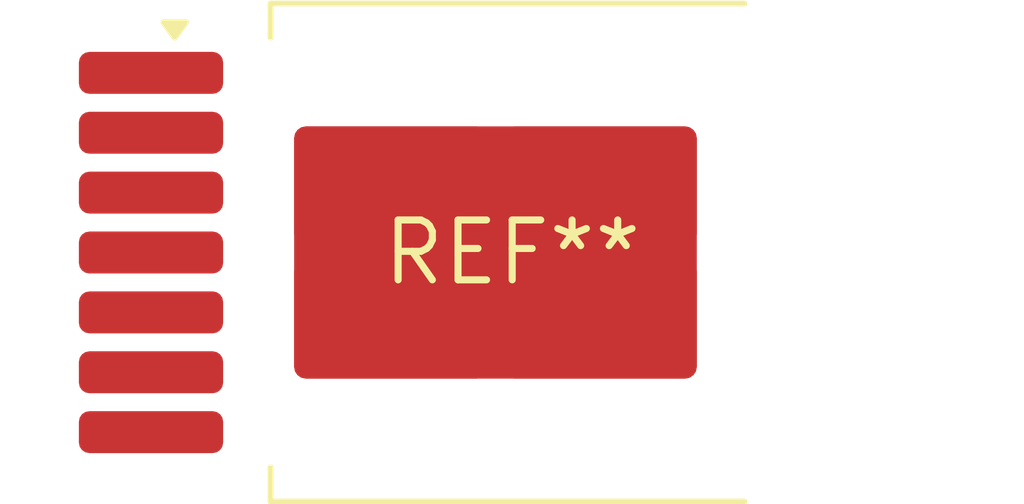
<source format=kicad_pcb>
(kicad_pcb (version 20240108) (generator pcbnew)
  (layers (0 "F.Cu" signal) (31 "B.Cu" signal) (34 "B.Paste" user) (35 "F.Paste" user) (36 "B.SilkS" user "B.Silkscreen") (37 "F.SilkS" user "F.Silkscreen") (38 "B.Mask" user) (39 "F.Mask" user) (44 "Edge.Cuts" user))
  (net 0 "")
  (footprint "Texas_NDW-7_TabPin8" (layer "F.Cu") (at 0 0)
    (property "Reference" "REF**")
    (property "Value" "Texas_NDW-7_TabPin8")
    (fp_line (start -5.125 -5.28) (end -5.125 -4.555) (layer "F.SilkS") (stroke (width 0.12)))
    (fp_line (start -5.125 5.28) (end -5.125 4.555) (layer "F.SilkS") (stroke (width 0.12)))
    (fp_line (start 4.925 -5.28) (end -5.125 -5.28) (layer "F.SilkS") (stroke (width 0.12)))
    (fp_line (start 4.925 5.28) (end -5.125 5.28) (layer "F.SilkS") (stroke (width 0.12)))
    (fp_poly (pts (xy -7.1575 -4.555) (xy -7.3975 -4.885) (xy -6.9175 -4.885) (xy -7.1575 -4.555)) (layer "F.SilkS") (stroke (width 0.12)) (fill solid))
    (pad "1" smd roundrect (at -7.66 -3.81) (size 3.06 0.89) (layers "F.Cu" "F.Paste" "F.Mask"))
    (pad "2" smd roundrect (at -7.66 -2.54) (size 3.06 0.89) (layers "F.Cu" "F.Paste" "F.Mask"))
    (pad "3" smd roundrect (at -7.66 -1.27) (size 3.06 0.89) (layers "F.Cu" "F.Paste" "F.Mask"))
    (pad "4" smd roundrect (at -7.66 0) (size 3.06 0.89) (layers "F.Cu" "F.Paste" "F.Mask"))
    (pad "5" smd roundrect (at -7.66 1.27) (size 3.06 0.89) (layers "F.Cu" "F.Paste" "F.Mask"))
    (pad "6" smd roundrect (at -7.66 2.54) (size 3.06 0.89) (layers "F.Cu" "F.Paste" "F.Mask"))
    (pad "7" smd roundrect (at -7.66 3.81) (size 3.06 0.89) (layers "F.Cu" "F.Paste" "F.Mask"))
    (pad "8" smd roundrect (at -2.565 -1.4125) (size 4.12 2.525) (layers "F.Cu" "F.Paste") (roundrect_rratio 0.09901))
    (pad "8" smd roundrect (at -2.565 1.4125) (size 4.12 2.525) (layers "F.Cu" "F.Paste") (roundrect_rratio 0.09901))
    (pad "8" smd roundrect (at -0.355 0) (size 8.54 5.35) (layers "F.Cu" "F.Mask") (roundrect_rratio 0.046729))
    (pad "8" smd roundrect (at 1.855 -1.4125) (size 4.12 2.525) (layers "F.Cu" "F.Paste") (roundrect_rratio 0.09901))
    (pad "8" smd roundrect (at 1.855 1.4125) (size 4.12 2.525) (layers "F.Cu" "F.Paste") (roundrect_rratio 0.09901))
  )
)
</source>
